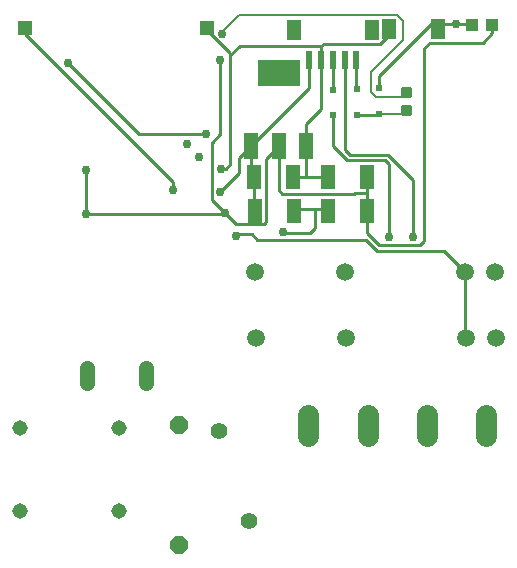
<source format=gbr>
G04 EAGLE Gerber X2 export*
%TF.Part,Single*%
%TF.FileFunction,Copper,L2,Bot,Mixed*%
%TF.FilePolarity,Positive*%
%TF.GenerationSoftware,Autodesk,EAGLE,9.1.3*%
%TF.CreationDate,2018-09-20T23:52:14Z*%
G75*
%MOMM*%
%FSLAX34Y34*%
%LPD*%
%AMOC8*
5,1,8,0,0,1.08239X$1,22.5*%
G01*
%ADD10C,1.508000*%
%ADD11C,1.308000*%
%ADD12R,1.308000X1.308000*%
%ADD13R,1.270000X2.032000*%
%ADD14R,1.000000X1.100000*%
%ADD15R,1.282600X1.700000*%
%ADD16R,1.219200X2.235200*%
%ADD17R,3.600000X2.200000*%
%ADD18C,1.422400*%
%ADD19C,1.790700*%
%ADD20P,1.649562X8X292.500000*%
%ADD21R,0.600000X0.600000*%
%ADD22R,0.600000X1.550000*%
%ADD23R,1.200000X1.800000*%
%ADD24C,0.222250*%
%ADD25C,1.308000*%
%ADD26C,0.254000*%
%ADD27C,0.756400*%
%ADD28C,0.152400*%


D10*
X224634Y179610D03*
X300834Y179610D03*
X402434Y179610D03*
X427834Y179610D03*
D11*
X81354Y154276D02*
X81354Y141196D01*
X131354Y141196D02*
X131354Y154276D01*
D12*
X29354Y441736D03*
X183354Y441736D03*
D13*
X318740Y315646D03*
X285720Y315646D03*
D14*
X407728Y445040D03*
X424728Y445040D03*
D10*
X224258Y235388D03*
X300458Y235388D03*
X402058Y235388D03*
X427458Y235388D03*
D15*
X378579Y441158D03*
X337467Y441158D03*
D16*
X266895Y342339D03*
X243781Y342339D03*
X220667Y342339D03*
D17*
X243781Y404317D03*
D18*
X218657Y25108D03*
X193257Y101308D03*
D19*
X269133Y96494D02*
X269133Y114401D01*
X319133Y114401D02*
X319133Y96494D01*
X369133Y96494D02*
X369133Y114401D01*
X419133Y114401D02*
X419133Y96494D01*
D13*
X318916Y287030D03*
X285896Y287030D03*
X223618Y287078D03*
X256638Y287078D03*
X223414Y315795D03*
X256434Y315795D03*
D20*
X159613Y106222D03*
X159613Y4622D03*
D21*
X290112Y390047D03*
X290112Y368047D03*
X310273Y390578D03*
X310273Y368578D03*
X329074Y369204D03*
X329074Y391204D03*
D22*
X309786Y415059D03*
X299786Y415059D03*
X289786Y415059D03*
X279786Y415059D03*
X269786Y415059D03*
D23*
X256786Y440309D03*
X322786Y440309D03*
D24*
X348390Y390956D02*
X348390Y384288D01*
X348390Y390956D02*
X355058Y390956D01*
X355058Y384288D01*
X348390Y384288D01*
X348390Y386400D02*
X355058Y386400D01*
X355058Y388512D02*
X348390Y388512D01*
X348390Y390624D02*
X355058Y390624D01*
X348390Y375716D02*
X348390Y369048D01*
X348390Y375716D02*
X355058Y375716D01*
X355058Y369048D01*
X348390Y369048D01*
X348390Y371160D02*
X355058Y371160D01*
X355058Y373272D02*
X348390Y373272D01*
X348390Y375384D02*
X355058Y375384D01*
D25*
X24941Y103545D03*
X108941Y103545D03*
X108941Y33545D03*
X24941Y33545D03*
D26*
X256434Y315795D02*
X266652Y315795D01*
X285571Y315795D01*
X285720Y315646D01*
X258111Y288552D02*
X256638Y287078D01*
X258111Y288552D02*
X266932Y288552D01*
X275765Y288552D02*
X284375Y288552D01*
X266895Y316039D02*
X266895Y342339D01*
X266895Y316039D02*
X266652Y315795D01*
X279786Y373907D02*
X279786Y415059D01*
X279786Y373907D02*
X266959Y361080D01*
X266959Y342403D01*
X266895Y342339D01*
X279786Y415059D02*
X279669Y415176D01*
D27*
X194998Y323072D03*
X247210Y269282D03*
D26*
X270710Y268565D02*
X275005Y272860D01*
X270710Y268565D02*
X247927Y268565D01*
X275005Y287791D02*
X275005Y288552D01*
X266932Y288552D01*
X247210Y269282D02*
X247927Y268565D01*
X198944Y323072D02*
X203081Y327209D01*
X203081Y418864D01*
X203081Y420658D01*
X198944Y323072D02*
X194998Y323072D01*
X337500Y436072D02*
X337500Y441124D01*
X337500Y436072D02*
X329621Y428192D01*
X281478Y428192D01*
X280312Y427026D01*
X279669Y426383D01*
X279669Y415176D01*
X280312Y427026D02*
X211243Y427026D01*
X203081Y418864D01*
X337467Y441158D02*
X337500Y441124D01*
X203081Y420658D02*
X183354Y440384D01*
X183354Y441736D01*
X275005Y287639D02*
X275005Y272860D01*
X275005Y287639D02*
X275005Y287791D01*
X284375Y288552D02*
X285896Y287030D01*
X275765Y288552D02*
X275005Y288552D01*
D27*
X166294Y343522D03*
D26*
X394343Y445642D02*
X407126Y445642D01*
X407728Y445040D01*
D27*
X394343Y445642D03*
D26*
X378579Y445642D02*
X373266Y445642D01*
X361399Y433775D01*
X378579Y441158D02*
X378579Y445642D01*
X361399Y433886D02*
X329074Y401562D01*
X361399Y433775D02*
X361399Y433886D01*
X329074Y401562D02*
X329074Y391204D01*
X378579Y441158D02*
X383064Y445642D01*
X394343Y445642D01*
D27*
X196084Y436958D03*
D28*
X322376Y387878D02*
X326739Y383514D01*
X210471Y453319D02*
X210372Y453419D01*
X294036Y453419D01*
X210471Y453319D02*
X196084Y438932D01*
X196084Y436958D01*
X322376Y404684D02*
X322376Y387878D01*
X322376Y404684D02*
X349291Y431600D01*
X349291Y448103D01*
X343962Y453432D01*
X294049Y453432D02*
X294036Y453419D01*
X294049Y453432D02*
X343962Y453432D01*
X347616Y383514D02*
X326739Y383514D01*
X347616Y383514D02*
X351724Y387622D01*
D26*
X402058Y179986D02*
X402434Y179610D01*
X402058Y179986D02*
X402058Y235388D01*
D27*
X208193Y266132D03*
D26*
X209449Y267388D02*
X220967Y267388D01*
X225649Y262706D01*
X318044Y262706D01*
X327065Y253685D02*
X383760Y253685D01*
X327065Y253685D02*
X318044Y262706D01*
X209449Y267388D02*
X208193Y266132D01*
X383760Y253685D02*
X402058Y235388D01*
D27*
X337308Y265509D03*
D26*
X290112Y342526D02*
X290112Y368047D01*
X290112Y342526D02*
X301980Y330657D01*
X333621Y330657D01*
X337616Y326662D01*
X337616Y265816D01*
X337308Y265509D01*
D27*
X182619Y352312D03*
D26*
X126028Y352312D01*
X65617Y412724D01*
D27*
X65617Y412724D03*
X357891Y265509D03*
D26*
X299786Y339000D02*
X299786Y415059D01*
X304065Y334721D02*
X336311Y334721D01*
X357891Y313141D01*
X357891Y265509D01*
X304065Y334721D02*
X299786Y339000D01*
D27*
X176519Y332759D03*
D26*
X309786Y391064D02*
X309786Y415059D01*
X309786Y391064D02*
X310273Y390578D01*
X289786Y390373D02*
X289786Y415059D01*
X289786Y390373D02*
X290112Y390047D01*
X310273Y368578D02*
X328448Y368578D01*
X329074Y369204D01*
D28*
X348546Y369204D01*
X351724Y372382D01*
D26*
X223414Y315795D02*
X223414Y284484D01*
X224565Y283333D01*
X224565Y286131D01*
X223618Y287078D01*
X220667Y318542D02*
X220667Y342339D01*
X220667Y318542D02*
X223414Y315795D01*
X269786Y391458D02*
X269786Y415059D01*
X269786Y391458D02*
X220667Y342339D01*
D27*
X194469Y303519D03*
D26*
X210374Y332045D02*
X220667Y342339D01*
X210374Y332045D02*
X210374Y319426D01*
X200928Y309980D02*
X200928Y309978D01*
X200928Y309980D02*
X210374Y319426D01*
X200928Y309978D02*
X194469Y303519D01*
X154428Y304659D02*
X154428Y311793D01*
D27*
X154428Y304659D03*
D26*
X29354Y439810D02*
X29354Y441736D01*
X29354Y439810D02*
X29354Y436867D01*
X29354Y439810D01*
X29354Y436867D02*
X154428Y311793D01*
X318740Y315646D02*
X318740Y302230D01*
X309007Y302230D02*
X309007Y302078D01*
X318892Y305915D02*
X318916Y305892D01*
X243781Y304981D02*
X243781Y342339D01*
X246836Y301926D02*
X308057Y301926D01*
X309007Y302230D02*
X318740Y302230D01*
X246836Y301926D02*
X243781Y304981D01*
X363540Y258610D02*
X367077Y262147D01*
X416885Y429842D02*
X424728Y437685D01*
X416885Y429842D02*
X371752Y429842D01*
X367077Y425167D01*
X367077Y262147D01*
X328606Y258610D02*
X318916Y268299D01*
X328606Y258610D02*
X363540Y258610D01*
X318916Y268299D02*
X318916Y287030D01*
D27*
X194639Y415276D03*
D26*
X233066Y277586D02*
X231429Y275950D01*
X187166Y296747D02*
X187166Y345172D01*
X194639Y352644D02*
X194639Y414250D01*
X194639Y415276D01*
X194639Y352644D02*
X187166Y345172D01*
X208179Y275950D02*
X231429Y275950D01*
X208179Y275950D02*
X198239Y285890D01*
X193287Y290627D02*
X187166Y296747D01*
X233066Y331623D02*
X243781Y342339D01*
X233066Y331623D02*
X233066Y277586D01*
X424728Y437685D02*
X424728Y445040D01*
D27*
X198239Y285595D03*
D26*
X193287Y290547D02*
X193287Y290627D01*
X193287Y290547D02*
X198239Y285595D01*
X198239Y285890D01*
D27*
X80756Y322131D03*
D26*
X80756Y284763D01*
X80903Y284605D02*
X81061Y284763D01*
D27*
X80903Y284605D03*
D26*
X81061Y284763D02*
X197406Y284763D01*
X198239Y285595D01*
X81061Y284763D02*
X80756Y284763D01*
X309007Y302078D02*
X318892Y302078D01*
X308209Y302078D02*
X308057Y301926D01*
X318892Y302078D02*
X318892Y305915D01*
X309007Y302078D02*
X308209Y302078D01*
X318916Y305892D02*
X318916Y287030D01*
M02*

</source>
